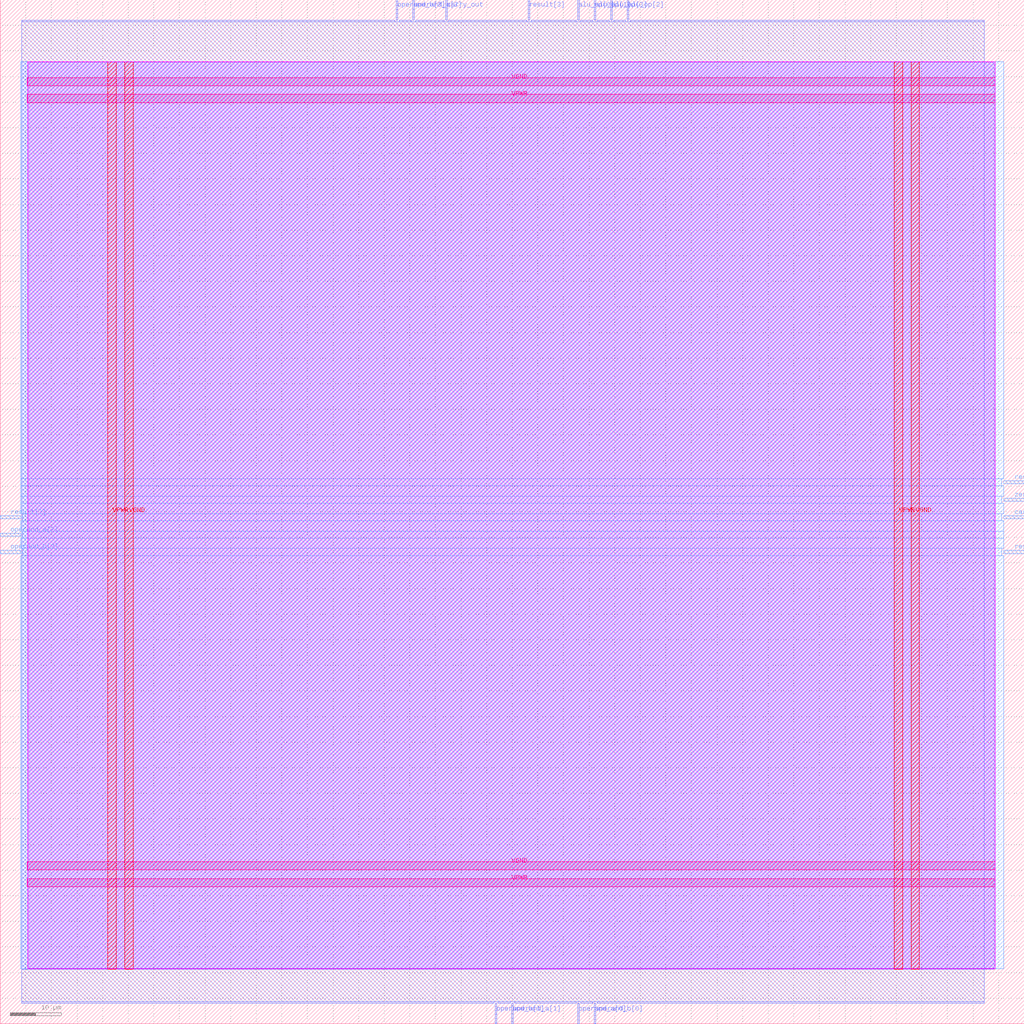
<source format=lef>
VERSION 5.7 ;
  NOWIREEXTENSIONATPIN ON ;
  DIVIDERCHAR "/" ;
  BUSBITCHARS "[]" ;
MACRO alu
  CLASS BLOCK ;
  FOREIGN alu ;
  ORIGIN 0.000 0.000 ;
  SIZE 200.000 BY 200.000 ;
  PIN VGND
    DIRECTION INOUT ;
    USE GROUND ;
    PORT
      LAYER met4 ;
        RECT 24.340 10.640 25.940 187.920 ;
    END
    PORT
      LAYER met4 ;
        RECT 177.940 10.640 179.540 187.920 ;
    END
    PORT
      LAYER met5 ;
        RECT 5.280 30.030 194.360 31.630 ;
    END
    PORT
      LAYER met5 ;
        RECT 5.280 183.210 194.360 184.810 ;
    END
  END VGND
  PIN VPWR
    DIRECTION INOUT ;
    USE POWER ;
    PORT
      LAYER met4 ;
        RECT 21.040 10.640 22.640 187.920 ;
    END
    PORT
      LAYER met4 ;
        RECT 174.640 10.640 176.240 187.920 ;
    END
    PORT
      LAYER met5 ;
        RECT 5.280 26.730 194.360 28.330 ;
    END
    PORT
      LAYER met5 ;
        RECT 5.280 179.910 194.360 181.510 ;
    END
  END VPWR
  PIN alu_op[0]
    DIRECTION INPUT ;
    USE SIGNAL ;
    ANTENNAGATEAREA 0.196500 ;
    PORT
      LAYER met2 ;
        RECT 112.790 196.000 113.070 200.000 ;
    END
  END alu_op[0]
  PIN alu_op[1]
    DIRECTION INPUT ;
    USE SIGNAL ;
    ANTENNAGATEAREA 0.213000 ;
    PORT
      LAYER met2 ;
        RECT 116.010 196.000 116.290 200.000 ;
    END
  END alu_op[1]
  PIN alu_op[2]
    DIRECTION INPUT ;
    USE SIGNAL ;
    ANTENNAGATEAREA 0.213000 ;
    PORT
      LAYER met2 ;
        RECT 122.450 196.000 122.730 200.000 ;
    END
  END alu_op[2]
  PIN alu_op[3]
    DIRECTION INPUT ;
    USE SIGNAL ;
    ANTENNAGATEAREA 0.213000 ;
    PORT
      LAYER met2 ;
        RECT 119.230 196.000 119.510 200.000 ;
    END
  END alu_op[3]
  PIN carry_in
    DIRECTION INPUT ;
    USE SIGNAL ;
    ANTENNAGATEAREA 0.213000 ;
    PORT
      LAYER met3 ;
        RECT 196.000 98.640 200.000 99.240 ;
    END
  END carry_in
  PIN carry_out
    DIRECTION OUTPUT ;
    USE SIGNAL ;
    ANTENNADIFFAREA 0.445500 ;
    PORT
      LAYER met2 ;
        RECT 87.030 196.000 87.310 200.000 ;
    END
  END carry_out
  PIN operand_a[0]
    DIRECTION INPUT ;
    USE SIGNAL ;
    ANTENNAGATEAREA 0.126000 ;
    PORT
      LAYER met2 ;
        RECT 112.790 0.000 113.070 4.000 ;
    END
  END operand_a[0]
  PIN operand_a[1]
    DIRECTION INPUT ;
    USE SIGNAL ;
    ANTENNAGATEAREA 0.159000 ;
    PORT
      LAYER met2 ;
        RECT 99.910 0.000 100.190 4.000 ;
    END
  END operand_a[1]
  PIN operand_a[2]
    DIRECTION INPUT ;
    USE SIGNAL ;
    ANTENNAGATEAREA 0.159000 ;
    PORT
      LAYER met3 ;
        RECT 0.000 95.240 4.000 95.840 ;
    END
  END operand_a[2]
  PIN operand_a[3]
    DIRECTION INPUT ;
    USE SIGNAL ;
    ANTENNAGATEAREA 0.196500 ;
    PORT
      LAYER met2 ;
        RECT 80.590 196.000 80.870 200.000 ;
    END
  END operand_a[3]
  PIN operand_b[0]
    DIRECTION INPUT ;
    USE SIGNAL ;
    ANTENNAGATEAREA 0.213000 ;
    PORT
      LAYER met2 ;
        RECT 116.010 0.000 116.290 4.000 ;
    END
  END operand_b[0]
  PIN operand_b[1]
    DIRECTION INPUT ;
    USE SIGNAL ;
    ANTENNAGATEAREA 0.159000 ;
    PORT
      LAYER met2 ;
        RECT 96.690 0.000 96.970 4.000 ;
    END
  END operand_b[1]
  PIN operand_b[2]
    DIRECTION INPUT ;
    USE SIGNAL ;
    ANTENNAGATEAREA 0.159000 ;
    PORT
      LAYER met3 ;
        RECT 0.000 91.840 4.000 92.440 ;
    END
  END operand_b[2]
  PIN operand_b[3]
    DIRECTION INPUT ;
    USE SIGNAL ;
    ANTENNAGATEAREA 0.196500 ;
    PORT
      LAYER met2 ;
        RECT 77.370 196.000 77.650 200.000 ;
    END
  END operand_b[3]
  PIN result[0]
    DIRECTION OUTPUT ;
    USE SIGNAL ;
    ANTENNADIFFAREA 0.445500 ;
    PORT
      LAYER met3 ;
        RECT 196.000 105.440 200.000 106.040 ;
    END
  END result[0]
  PIN result[1]
    DIRECTION OUTPUT ;
    USE SIGNAL ;
    ANTENNADIFFAREA 0.445500 ;
    PORT
      LAYER met3 ;
        RECT 196.000 91.840 200.000 92.440 ;
    END
  END result[1]
  PIN result[2]
    DIRECTION OUTPUT ;
    USE SIGNAL ;
    ANTENNADIFFAREA 0.445500 ;
    PORT
      LAYER met3 ;
        RECT 0.000 98.640 4.000 99.240 ;
    END
  END result[2]
  PIN result[3]
    DIRECTION OUTPUT ;
    USE SIGNAL ;
    ANTENNADIFFAREA 0.445500 ;
    PORT
      LAYER met2 ;
        RECT 103.130 196.000 103.410 200.000 ;
    END
  END result[3]
  PIN zero
    DIRECTION OUTPUT ;
    USE SIGNAL ;
    ANTENNADIFFAREA 0.445500 ;
    PORT
      LAYER met3 ;
        RECT 196.000 102.040 200.000 102.640 ;
    END
  END zero
  OBS
      LAYER nwell ;
        RECT 5.330 10.760 194.310 187.870 ;
      LAYER li1 ;
        RECT 5.520 10.795 194.120 187.765 ;
      LAYER met1 ;
        RECT 4.210 10.640 194.120 187.920 ;
      LAYER met2 ;
        RECT 4.230 195.720 77.090 196.000 ;
        RECT 77.930 195.720 80.310 196.000 ;
        RECT 81.150 195.720 86.750 196.000 ;
        RECT 87.590 195.720 102.850 196.000 ;
        RECT 103.690 195.720 112.510 196.000 ;
        RECT 113.350 195.720 115.730 196.000 ;
        RECT 116.570 195.720 118.950 196.000 ;
        RECT 119.790 195.720 122.170 196.000 ;
        RECT 123.010 195.720 192.190 196.000 ;
        RECT 4.230 4.280 192.190 195.720 ;
        RECT 4.230 4.000 96.410 4.280 ;
        RECT 97.250 4.000 99.630 4.280 ;
        RECT 100.470 4.000 112.510 4.280 ;
        RECT 113.350 4.000 115.730 4.280 ;
        RECT 116.570 4.000 192.190 4.280 ;
      LAYER met3 ;
        RECT 3.990 106.440 196.000 187.845 ;
        RECT 3.990 105.040 195.600 106.440 ;
        RECT 3.990 103.040 196.000 105.040 ;
        RECT 3.990 101.640 195.600 103.040 ;
        RECT 3.990 99.640 196.000 101.640 ;
        RECT 4.400 98.240 195.600 99.640 ;
        RECT 3.990 96.240 196.000 98.240 ;
        RECT 4.400 94.840 196.000 96.240 ;
        RECT 3.990 92.840 196.000 94.840 ;
        RECT 4.400 91.440 195.600 92.840 ;
        RECT 3.990 10.715 196.000 91.440 ;
  END
END alu
END LIBRARY


</source>
